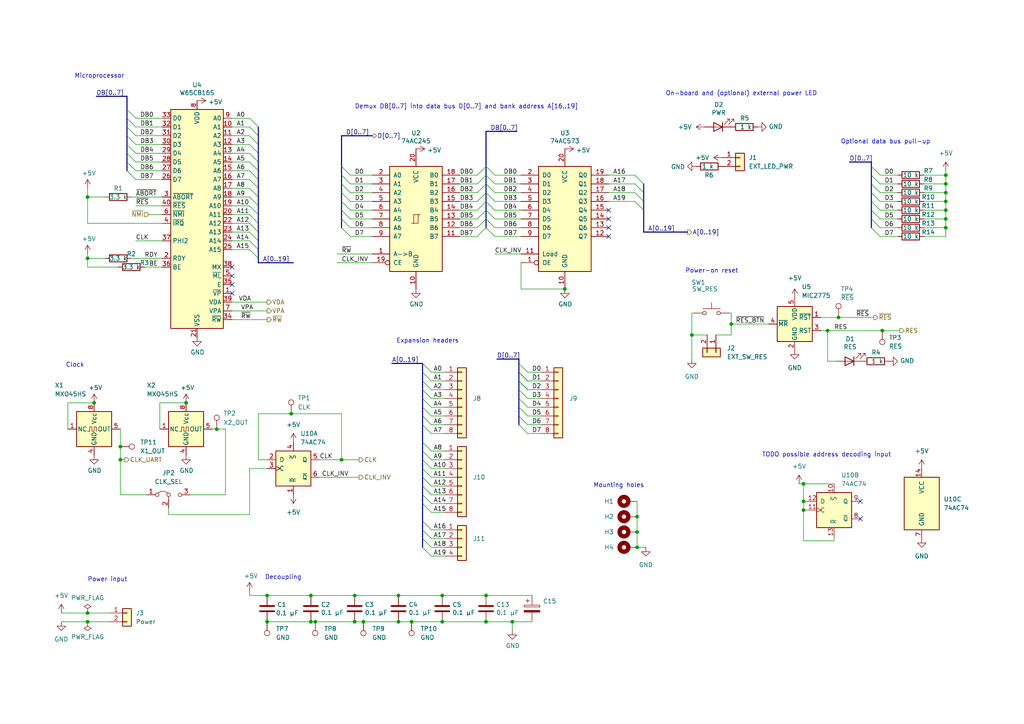
<source format=kicad_sch>
(kicad_sch (version 20211123) (generator eeschema)
  (paper "A4")
  (junction (at 243.205 92.075))
  (junction (at 274.32 63.5))
  (junction (at 184.785 154.305))
  (junction (at 99.06 133.35))
  (junction (at 84.455 120.015))
  (junction (at 34.925 129.54))
  (junction (at 274.32 60.96))
  (junction (at 119.38 180.34))
  (junction (at 212.09 93.98))
  (junction (at 25.4 177.8))
  (junction (at 77.47 180.34))
  (junction (at 274.32 55.88))
  (junction (at 115.57 172.72))
  (junction (at 53.975 116.84))
  (junction (at 105.41 180.34))
  (junction (at 140.97 180.34))
  (junction (at 240.03 95.885))
  (junction (at 25.4 57.15))
  (junction (at 77.47 172.72))
  (junction (at 62.865 124.46))
  (junction (at 34.925 133.35))
  (junction (at 233.045 147.955))
  (junction (at 25.4 74.93))
  (junction (at 90.17 172.72))
  (junction (at 27.305 116.84))
  (junction (at 25.4 180.34))
  (junction (at 233.045 140.335))
  (junction (at 233.045 145.415))
  (junction (at 115.57 180.34))
  (junction (at 128.27 172.72))
  (junction (at 274.32 66.04))
  (junction (at 140.97 172.72))
  (junction (at 184.785 149.86))
  (junction (at 102.87 180.34))
  (junction (at 200.66 97.155))
  (junction (at 255.905 95.885))
  (junction (at 90.17 180.34))
  (junction (at 102.87 172.72))
  (junction (at 148.59 180.34))
  (junction (at 274.32 53.34))
  (junction (at 274.32 50.8))
  (junction (at 163.83 83.82))
  (junction (at 91.44 180.34))
  (junction (at 184.785 158.75))
  (junction (at 128.27 180.34))
  (junction (at 274.32 58.42))
  (no_connect (at 176.53 68.58))
  (no_connect (at 67.31 80.01))
  (no_connect (at 67.31 82.55))
  (no_connect (at 67.31 85.09))
  (no_connect (at 176.53 66.04))
  (no_connect (at 249.555 150.495))
  (no_connect (at 249.555 145.415))
  (no_connect (at 176.53 63.5))
  (no_connect (at 67.31 77.47))
  (no_connect (at 176.53 60.96))
  (bus_entry (at 122.555 118.11) (size 2.54 2.54))
  (bus_entry (at 72.39 39.37) (size 2.54 2.54))
  (bus_entry (at 138.43 60.96) (size 2.54 -2.54))
  (bus_entry (at 122.555 130.81) (size 2.54 2.54))
  (bus_entry (at 150.495 115.57) (size 2.54 2.54))
  (bus_entry (at 99.06 63.5) (size 2.54 2.54))
  (bus_entry (at 72.39 36.83) (size 2.54 2.54))
  (bus_entry (at 122.555 153.67) (size 2.54 2.54))
  (bus_entry (at 72.39 72.39) (size 2.54 2.54))
  (bus_entry (at 99.06 66.04) (size 2.54 2.54))
  (bus_entry (at 72.39 44.45) (size 2.54 2.54))
  (bus_entry (at 99.06 48.26) (size 2.54 2.54))
  (bus_entry (at 252.73 50.8) (size 2.54 2.54))
  (bus_entry (at 252.73 55.88) (size 2.54 2.54))
  (bus_entry (at 72.39 52.07) (size 2.54 2.54))
  (bus_entry (at 140.97 53.34) (size 2.54 2.54))
  (bus_entry (at 122.555 123.19) (size 2.54 2.54))
  (bus_entry (at 140.97 63.5) (size 2.54 2.54))
  (bus_entry (at 184.15 50.8) (size 2.54 2.54))
  (bus_entry (at 122.555 146.05) (size 2.54 2.54))
  (bus_entry (at 252.73 63.5) (size 2.54 2.54))
  (bus_entry (at 72.39 49.53) (size 2.54 2.54))
  (bus_entry (at 122.555 143.51) (size 2.54 2.54))
  (bus_entry (at 252.73 66.04) (size 2.54 2.54))
  (bus_entry (at 150.495 107.95) (size 2.54 2.54))
  (bus_entry (at 122.555 120.65) (size 2.54 2.54))
  (bus_entry (at 150.495 123.19) (size 2.54 2.54))
  (bus_entry (at 36.83 49.53) (size 2.54 2.54))
  (bus_entry (at 122.555 107.95) (size 2.54 2.54))
  (bus_entry (at 36.83 44.45) (size 2.54 2.54))
  (bus_entry (at 72.39 67.31) (size 2.54 2.54))
  (bus_entry (at 150.495 120.65) (size 2.54 2.54))
  (bus_entry (at 138.43 55.88) (size 2.54 -2.54))
  (bus_entry (at 138.43 53.34) (size 2.54 -2.54))
  (bus_entry (at 140.97 48.26) (size 2.54 2.54))
  (bus_entry (at 138.43 63.5) (size 2.54 -2.54))
  (bus_entry (at 150.495 113.03) (size 2.54 2.54))
  (bus_entry (at 122.555 105.41) (size 2.54 2.54))
  (bus_entry (at 150.495 110.49) (size 2.54 2.54))
  (bus_entry (at 122.555 158.75) (size 2.54 2.54))
  (bus_entry (at 99.06 53.34) (size 2.54 2.54))
  (bus_entry (at 184.15 53.34) (size 2.54 2.54))
  (bus_entry (at 122.555 138.43) (size 2.54 2.54))
  (bus_entry (at 150.495 105.41) (size 2.54 2.54))
  (bus_entry (at 122.555 113.03) (size 2.54 2.54))
  (bus_entry (at 72.39 64.77) (size 2.54 2.54))
  (bus_entry (at 99.06 60.96) (size 2.54 2.54))
  (bus_entry (at 138.43 66.04) (size 2.54 -2.54))
  (bus_entry (at 122.555 140.97) (size 2.54 2.54))
  (bus_entry (at 36.83 31.75) (size 2.54 2.54))
  (bus_entry (at 122.555 115.57) (size 2.54 2.54))
  (bus_entry (at 122.555 110.49) (size 2.54 2.54))
  (bus_entry (at 140.97 55.88) (size 2.54 2.54))
  (bus_entry (at 72.39 54.61) (size 2.54 2.54))
  (bus_entry (at 36.83 36.83) (size 2.54 2.54))
  (bus_entry (at 72.39 41.91) (size 2.54 2.54))
  (bus_entry (at 36.83 39.37) (size 2.54 2.54))
  (bus_entry (at 150.495 118.11) (size 2.54 2.54))
  (bus_entry (at 122.555 133.35) (size 2.54 2.54))
  (bus_entry (at 184.15 58.42) (size 2.54 2.54))
  (bus_entry (at 184.15 55.88) (size 2.54 2.54))
  (bus_entry (at 72.39 57.15) (size 2.54 2.54))
  (bus_entry (at 140.97 60.96) (size 2.54 2.54))
  (bus_entry (at 72.39 46.99) (size 2.54 2.54))
  (bus_entry (at 140.97 58.42) (size 2.54 2.54))
  (bus_entry (at 150.495 110.49) (size 2.54 2.54))
  (bus_entry (at 72.39 62.23) (size 2.54 2.54))
  (bus_entry (at 72.39 69.85) (size 2.54 2.54))
  (bus_entry (at 72.39 34.29) (size 2.54 2.54))
  (bus_entry (at 138.43 50.8) (size 2.54 -2.54))
  (bus_entry (at 36.83 41.91) (size 2.54 2.54))
  (bus_entry (at 150.495 107.95) (size 2.54 2.54))
  (bus_entry (at 140.97 66.04) (size 2.54 2.54))
  (bus_entry (at 122.555 151.13) (size 2.54 2.54))
  (bus_entry (at 252.73 53.34) (size 2.54 2.54))
  (bus_entry (at 99.06 58.42) (size 2.54 2.54))
  (bus_entry (at 99.06 55.88) (size 2.54 2.54))
  (bus_entry (at 36.83 46.99) (size 2.54 2.54))
  (bus_entry (at 99.06 50.8) (size 2.54 2.54))
  (bus_entry (at 252.73 60.96) (size 2.54 2.54))
  (bus_entry (at 36.83 34.29) (size 2.54 2.54))
  (bus_entry (at 138.43 68.58) (size 2.54 -2.54))
  (bus_entry (at 252.73 58.42) (size 2.54 2.54))
  (bus_entry (at 122.555 128.27) (size 2.54 2.54))
  (bus_entry (at 252.73 48.26) (size 2.54 2.54))
  (bus_entry (at 122.555 135.89) (size 2.54 2.54))
  (bus_entry (at 122.555 156.21) (size 2.54 2.54))
  (bus_entry (at 138.43 58.42) (size 2.54 -2.54))
  (bus_entry (at 140.97 50.8) (size 2.54 2.54))
  (bus_entry (at 72.39 59.69) (size 2.54 2.54))
  (wire (pts (xy 176.53 55.88) (xy 184.15 55.88)))
  (wire (pts (xy 77.47 172.72) (xy 72.39 172.72)))
  (bus (pts (xy 122.555 140.97) (xy 122.555 143.51)))
  (wire (pts (xy 39.37 34.29) (xy 46.99 34.29)))
  (wire (pts (xy 274.32 58.42) (xy 274.32 60.96)))
  (bus (pts (xy 99.06 39.37) (xy 107.95 39.37)))
  (wire (pts (xy 241.935 156.845) (xy 241.935 155.575)))
  (wire (pts (xy 92.71 133.35) (xy 99.06 133.35)))
  (wire (pts (xy 77.47 180.34) (xy 90.17 180.34)))
  (wire (pts (xy 233.045 145.415) (xy 233.045 147.955)))
  (bus (pts (xy 74.93 36.83) (xy 74.93 39.37)))
  (wire (pts (xy 212.09 90.805) (xy 211.455 90.805)))
  (wire (pts (xy 91.44 180.34) (xy 102.87 180.34)))
  (wire (pts (xy 153.035 110.49) (xy 156.845 110.49)))
  (wire (pts (xy 255.27 60.96) (xy 260.35 60.96)))
  (bus (pts (xy 122.555 118.11) (xy 122.555 120.65)))
  (bus (pts (xy 122.555 107.95) (xy 122.555 110.49)))
  (wire (pts (xy 133.35 60.96) (xy 138.43 60.96)))
  (wire (pts (xy 240.03 95.885) (xy 255.905 95.885)))
  (wire (pts (xy 39.37 44.45) (xy 46.99 44.45)))
  (wire (pts (xy 67.31 49.53) (xy 72.39 49.53)))
  (wire (pts (xy 274.32 53.34) (xy 274.32 55.88)))
  (bus (pts (xy 252.73 50.8) (xy 252.73 53.34)))
  (wire (pts (xy 25.4 54.61) (xy 25.4 57.15)))
  (wire (pts (xy 151.13 83.82) (xy 163.83 83.82)))
  (bus (pts (xy 150.495 104.14) (xy 150.495 105.41)))
  (wire (pts (xy 55.245 143.51) (xy 65.405 143.51)))
  (wire (pts (xy 67.31 59.69) (xy 72.39 59.69)))
  (wire (pts (xy 153.035 107.95) (xy 156.845 107.95)))
  (bus (pts (xy 140.97 63.5) (xy 140.97 66.04)))
  (wire (pts (xy 77.47 172.72) (xy 90.17 172.72)))
  (wire (pts (xy 119.38 180.34) (xy 128.27 180.34)))
  (wire (pts (xy 67.31 92.71) (xy 77.47 92.71)))
  (wire (pts (xy 212.09 93.98) (xy 212.09 97.155)))
  (wire (pts (xy 39.37 52.07) (xy 46.99 52.07)))
  (wire (pts (xy 67.31 44.45) (xy 72.39 44.45)))
  (wire (pts (xy 67.31 90.17) (xy 77.47 90.17)))
  (wire (pts (xy 74.93 120.015) (xy 74.93 133.35)))
  (wire (pts (xy 176.53 50.8) (xy 184.15 50.8)))
  (wire (pts (xy 125.095 110.49) (xy 128.905 110.49)))
  (bus (pts (xy 74.93 67.31) (xy 74.93 69.85)))
  (bus (pts (xy 74.93 44.45) (xy 74.93 46.99)))
  (wire (pts (xy 99.06 133.35) (xy 104.14 133.35)))
  (bus (pts (xy 122.555 128.27) (xy 122.555 130.81)))
  (wire (pts (xy 43.18 62.23) (xy 46.99 62.23)))
  (bus (pts (xy 99.06 48.26) (xy 99.06 50.8)))
  (wire (pts (xy 148.59 180.34) (xy 148.59 182.88)))
  (wire (pts (xy 67.31 36.83) (xy 72.39 36.83)))
  (wire (pts (xy 99.06 120.015) (xy 99.06 133.35)))
  (wire (pts (xy 102.87 180.34) (xy 105.41 180.34)))
  (wire (pts (xy 238.125 95.885) (xy 240.03 95.885)))
  (bus (pts (xy 36.83 31.75) (xy 36.83 34.29)))
  (wire (pts (xy 39.37 36.83) (xy 46.99 36.83)))
  (wire (pts (xy 274.32 60.96) (xy 274.32 63.5)))
  (wire (pts (xy 207.645 97.155) (xy 212.09 97.155)))
  (bus (pts (xy 186.69 58.42) (xy 186.69 60.96)))
  (bus (pts (xy 74.93 62.23) (xy 74.93 64.77)))
  (wire (pts (xy 67.31 72.39) (xy 72.39 72.39)))
  (wire (pts (xy 148.59 180.34) (xy 154.305 180.34)))
  (bus (pts (xy 122.555 135.89) (xy 122.555 138.43)))
  (wire (pts (xy 133.35 66.04) (xy 138.43 66.04)))
  (bus (pts (xy 246.38 46.99) (xy 252.73 46.99)))
  (wire (pts (xy 72.39 135.89) (xy 72.39 149.225)))
  (wire (pts (xy 74.93 120.015) (xy 84.455 120.015)))
  (wire (pts (xy 153.035 120.65) (xy 156.845 120.65)))
  (wire (pts (xy 274.32 68.58) (xy 267.97 68.58)))
  (wire (pts (xy 233.045 140.335) (xy 241.935 140.335)))
  (bus (pts (xy 140.97 50.8) (xy 140.97 53.34)))
  (bus (pts (xy 122.555 143.51) (xy 122.555 146.05)))
  (wire (pts (xy 200.66 97.155) (xy 205.105 97.155)))
  (bus (pts (xy 74.93 76.2) (xy 85.09 76.2)))
  (wire (pts (xy 125.095 133.35) (xy 128.905 133.35)))
  (wire (pts (xy 184.785 149.86) (xy 184.785 154.305)))
  (wire (pts (xy 233.045 147.955) (xy 233.045 156.845)))
  (wire (pts (xy 67.31 87.63) (xy 77.47 87.63)))
  (wire (pts (xy 25.4 74.93) (xy 30.48 74.93)))
  (wire (pts (xy 17.78 177.8) (xy 25.4 177.8)))
  (bus (pts (xy 113.665 105.41) (xy 122.555 105.41)))
  (wire (pts (xy 67.31 52.07) (xy 72.39 52.07)))
  (wire (pts (xy 238.125 92.075) (xy 243.205 92.075)))
  (wire (pts (xy 128.27 172.72) (xy 140.97 172.72)))
  (wire (pts (xy 125.095 113.03) (xy 128.905 113.03)))
  (wire (pts (xy 151.13 76.2) (xy 151.13 83.82)))
  (wire (pts (xy 140.97 172.72) (xy 154.305 172.72)))
  (wire (pts (xy 143.51 55.88) (xy 151.13 55.88)))
  (wire (pts (xy 267.97 60.96) (xy 274.32 60.96)))
  (wire (pts (xy 125.095 153.67) (xy 128.905 153.67)))
  (wire (pts (xy 153.035 123.19) (xy 156.845 123.19)))
  (wire (pts (xy 274.32 50.8) (xy 274.32 53.34)))
  (wire (pts (xy 65.405 124.46) (xy 65.405 143.51)))
  (wire (pts (xy 19.685 124.46) (xy 19.685 116.84)))
  (bus (pts (xy 99.06 50.8) (xy 99.06 53.34)))
  (bus (pts (xy 122.555 120.65) (xy 122.555 123.19)))
  (wire (pts (xy 101.6 50.8) (xy 107.95 50.8)))
  (bus (pts (xy 140.97 53.34) (xy 140.97 55.88)))
  (wire (pts (xy 102.87 172.72) (xy 115.57 172.72)))
  (bus (pts (xy 99.06 63.5) (xy 99.06 66.04)))
  (wire (pts (xy 38.1 57.15) (xy 46.99 57.15)))
  (wire (pts (xy 184.785 145.415) (xy 184.785 149.86)))
  (bus (pts (xy 122.555 133.35) (xy 122.555 135.89)))
  (bus (pts (xy 140.97 48.26) (xy 140.97 50.8)))
  (wire (pts (xy 243.205 92.075) (xy 253.365 92.075)))
  (wire (pts (xy 77.47 133.35) (xy 74.93 133.35)))
  (bus (pts (xy 122.555 156.21) (xy 122.555 158.75)))
  (wire (pts (xy 255.27 50.8) (xy 260.35 50.8)))
  (bus (pts (xy 252.73 58.42) (xy 252.73 60.96)))
  (bus (pts (xy 252.73 55.88) (xy 252.73 58.42)))
  (bus (pts (xy 36.83 27.94) (xy 36.83 31.75)))
  (wire (pts (xy 101.6 60.96) (xy 107.95 60.96)))
  (wire (pts (xy 143.51 66.04) (xy 151.13 66.04)))
  (wire (pts (xy 274.32 66.04) (xy 274.32 68.58)))
  (wire (pts (xy 72.39 135.89) (xy 77.47 135.89)))
  (wire (pts (xy 39.37 46.99) (xy 46.99 46.99)))
  (wire (pts (xy 17.78 180.34) (xy 25.4 180.34)))
  (wire (pts (xy 274.32 63.5) (xy 274.32 66.04)))
  (bus (pts (xy 122.555 123.19) (xy 122.555 128.27)))
  (wire (pts (xy 39.37 41.91) (xy 46.99 41.91)))
  (wire (pts (xy 67.31 64.77) (xy 72.39 64.77)))
  (wire (pts (xy 34.925 129.54) (xy 34.925 133.35)))
  (wire (pts (xy 255.905 95.885) (xy 260.985 95.885)))
  (wire (pts (xy 125.095 125.73) (xy 128.905 125.73)))
  (wire (pts (xy 67.31 57.15) (xy 72.39 57.15)))
  (wire (pts (xy 125.095 120.65) (xy 128.905 120.65)))
  (wire (pts (xy 46.99 64.77) (xy 25.4 64.77)))
  (wire (pts (xy 115.57 172.72) (xy 128.27 172.72)))
  (wire (pts (xy 255.27 68.58) (xy 260.35 68.58)))
  (bus (pts (xy 99.06 55.88) (xy 99.06 58.42)))
  (bus (pts (xy 122.555 110.49) (xy 122.555 113.03)))
  (bus (pts (xy 150.495 118.11) (xy 150.495 120.65)))
  (bus (pts (xy 74.93 41.91) (xy 74.93 44.45)))
  (bus (pts (xy 74.93 46.99) (xy 74.93 49.53)))
  (bus (pts (xy 122.555 146.05) (xy 122.555 151.13)))
  (bus (pts (xy 74.93 64.77) (xy 74.93 67.31)))
  (wire (pts (xy 34.925 133.35) (xy 34.925 143.51)))
  (wire (pts (xy 255.27 53.34) (xy 260.35 53.34)))
  (wire (pts (xy 255.27 63.5) (xy 260.35 63.5)))
  (wire (pts (xy 125.095 138.43) (xy 128.905 138.43)))
  (bus (pts (xy 36.83 39.37) (xy 36.83 41.91)))
  (wire (pts (xy 128.27 180.34) (xy 140.97 180.34)))
  (wire (pts (xy 67.31 41.91) (xy 72.39 41.91)))
  (wire (pts (xy 48.895 147.32) (xy 48.895 149.225)))
  (bus (pts (xy 150.495 105.41) (xy 150.495 107.95)))
  (wire (pts (xy 46.355 124.46) (xy 46.355 116.84)))
  (wire (pts (xy 143.51 58.42) (xy 151.13 58.42)))
  (bus (pts (xy 252.73 46.99) (xy 252.73 48.26)))
  (bus (pts (xy 122.555 151.13) (xy 122.555 153.67)))
  (wire (pts (xy 105.41 180.34) (xy 115.57 180.34)))
  (wire (pts (xy 153.035 118.11) (xy 156.845 118.11)))
  (bus (pts (xy 74.93 49.53) (xy 74.93 52.07)))
  (wire (pts (xy 39.37 39.37) (xy 46.99 39.37)))
  (wire (pts (xy 133.35 50.8) (xy 138.43 50.8)))
  (wire (pts (xy 231.775 140.335) (xy 233.045 140.335)))
  (wire (pts (xy 176.53 58.42) (xy 184.15 58.42)))
  (wire (pts (xy 233.045 156.845) (xy 241.935 156.845)))
  (wire (pts (xy 125.095 135.89) (xy 128.905 135.89)))
  (bus (pts (xy 74.93 57.15) (xy 74.93 59.69)))
  (bus (pts (xy 36.83 41.91) (xy 36.83 44.45)))
  (wire (pts (xy 143.51 60.96) (xy 151.13 60.96)))
  (wire (pts (xy 143.51 53.34) (xy 151.13 53.34)))
  (wire (pts (xy 101.6 66.04) (xy 107.95 66.04)))
  (wire (pts (xy 25.4 57.15) (xy 25.4 64.77)))
  (wire (pts (xy 125.095 123.19) (xy 128.905 123.19)))
  (wire (pts (xy 67.31 39.37) (xy 72.39 39.37)))
  (wire (pts (xy 125.095 156.21) (xy 128.905 156.21)))
  (wire (pts (xy 67.31 62.23) (xy 72.39 62.23)))
  (wire (pts (xy 133.35 58.42) (xy 138.43 58.42)))
  (wire (pts (xy 67.31 54.61) (xy 72.39 54.61)))
  (wire (pts (xy 97.79 73.66) (xy 107.95 73.66)))
  (wire (pts (xy 133.35 55.88) (xy 138.43 55.88)))
  (wire (pts (xy 233.045 147.955) (xy 234.315 147.955)))
  (wire (pts (xy 267.97 58.42) (xy 274.32 58.42)))
  (wire (pts (xy 240.03 95.885) (xy 240.03 104.775)))
  (bus (pts (xy 99.06 39.37) (xy 99.06 48.26)))
  (wire (pts (xy 67.31 34.29) (xy 72.39 34.29)))
  (bus (pts (xy 150.495 107.95) (xy 150.495 110.49)))
  (bus (pts (xy 74.93 39.37) (xy 74.93 41.91)))
  (wire (pts (xy 25.4 180.34) (xy 31.75 180.34)))
  (wire (pts (xy 153.035 113.03) (xy 156.845 113.03)))
  (wire (pts (xy 212.09 93.98) (xy 222.885 93.98)))
  (wire (pts (xy 25.4 177.8) (xy 31.75 177.8)))
  (bus (pts (xy 252.73 63.5) (xy 252.73 66.04)))
  (wire (pts (xy 101.6 53.34) (xy 107.95 53.34)))
  (bus (pts (xy 150.495 115.57) (xy 150.495 118.11)))
  (wire (pts (xy 115.57 180.34) (xy 119.38 180.34)))
  (wire (pts (xy 267.97 53.34) (xy 274.32 53.34)))
  (bus (pts (xy 140.97 38.1) (xy 149.86 38.1)))
  (bus (pts (xy 74.93 74.93) (xy 74.93 76.2)))
  (bus (pts (xy 140.97 55.88) (xy 140.97 58.42)))
  (bus (pts (xy 186.69 55.88) (xy 186.69 58.42)))
  (wire (pts (xy 92.71 138.43) (xy 104.14 138.43)))
  (bus (pts (xy 74.93 54.61) (xy 74.93 57.15)))
  (wire (pts (xy 133.35 68.58) (xy 138.43 68.58)))
  (wire (pts (xy 143.51 68.58) (xy 151.13 68.58)))
  (wire (pts (xy 62.865 124.46) (xy 61.595 124.46)))
  (bus (pts (xy 186.69 67.31) (xy 199.39 67.31)))
  (wire (pts (xy 255.27 66.04) (xy 260.35 66.04)))
  (wire (pts (xy 240.03 104.775) (xy 242.57 104.775)))
  (wire (pts (xy 125.095 158.75) (xy 128.905 158.75)))
  (bus (pts (xy 36.83 36.83) (xy 36.83 39.37)))
  (wire (pts (xy 101.6 63.5) (xy 107.95 63.5)))
  (wire (pts (xy 233.045 140.335) (xy 233.045 145.415)))
  (wire (pts (xy 200.66 97.155) (xy 200.66 104.14)))
  (bus (pts (xy 74.93 72.39) (xy 74.93 74.93)))
  (wire (pts (xy 125.095 143.51) (xy 128.905 143.51)))
  (bus (pts (xy 36.83 44.45) (xy 36.83 46.99)))
  (wire (pts (xy 184.785 154.305) (xy 184.785 158.75)))
  (bus (pts (xy 186.69 60.96) (xy 186.69 67.31)))
  (wire (pts (xy 84.455 120.015) (xy 99.06 120.015)))
  (bus (pts (xy 150.495 120.65) (xy 150.495 123.19)))
  (bus (pts (xy 150.495 113.03) (xy 150.495 115.57)))
  (wire (pts (xy 38.1 74.93) (xy 46.99 74.93)))
  (bus (pts (xy 99.06 53.34) (xy 99.06 55.88)))
  (wire (pts (xy 125.095 107.95) (xy 128.905 107.95)))
  (wire (pts (xy 19.685 116.84) (xy 27.305 116.84)))
  (wire (pts (xy 200.66 90.805) (xy 200.66 97.155)))
  (bus (pts (xy 74.93 52.07) (xy 74.93 54.61)))
  (wire (pts (xy 34.925 124.46) (xy 34.925 129.54)))
  (bus (pts (xy 144.145 104.14) (xy 150.495 104.14)))
  (bus (pts (xy 252.73 53.34) (xy 252.73 55.88)))
  (wire (pts (xy 212.09 90.805) (xy 212.09 93.98)))
  (wire (pts (xy 125.095 118.11) (xy 128.905 118.11)))
  (wire (pts (xy 125.095 115.57) (xy 128.905 115.57)))
  (wire (pts (xy 153.035 125.73) (xy 156.845 125.73)))
  (wire (pts (xy 233.045 145.415) (xy 234.315 145.415)))
  (wire (pts (xy 39.37 59.69) (xy 46.99 59.69)))
  (wire (pts (xy 133.35 63.5) (xy 138.43 63.5)))
  (bus (pts (xy 122.555 153.67) (xy 122.555 156.21)))
  (bus (pts (xy 74.93 69.85) (xy 74.93 72.39)))
  (wire (pts (xy 125.095 148.59) (xy 128.905 148.59)))
  (wire (pts (xy 267.97 66.04) (xy 274.32 66.04)))
  (bus (pts (xy 122.555 113.03) (xy 122.555 115.57)))
  (wire (pts (xy 176.53 53.34) (xy 184.15 53.34)))
  (bus (pts (xy 99.06 58.42) (xy 99.06 60.96)))
  (wire (pts (xy 267.97 63.5) (xy 274.32 63.5)))
  (bus (pts (xy 122.555 115.57) (xy 122.555 118.11)))
  (wire (pts (xy 25.4 77.47) (xy 34.29 77.47)))
  (wire (pts (xy 39.37 69.85) (xy 46.99 69.85)))
  (bus (pts (xy 36.83 46.99) (xy 36.83 49.53)))
  (wire (pts (xy 97.79 76.2) (xy 107.95 76.2)))
  (wire (pts (xy 267.97 55.88) (xy 274.32 55.88)))
  (bus (pts (xy 150.495 110.49) (xy 150.495 113.03)))
  (wire (pts (xy 255.27 55.88) (xy 260.35 55.88)))
  (bus (pts (xy 252.73 60.96) (xy 252.73 63.5)))
  (wire (pts (xy 143.51 63.5) (xy 151.13 63.5)))
  (wire (pts (xy 34.925 143.51) (xy 42.545 143.51)))
  (bus (pts (xy 140.97 58.42) (xy 140.97 60.96)))
  (wire (pts (xy 274.32 50.8) (xy 274.32 49.53)))
  (wire (pts (xy 184.785 158.75) (xy 187.325 158.75)))
  (wire (pts (xy 34.925 133.35) (xy 36.195 133.35)))
  (wire (pts (xy 46.355 116.84) (xy 53.975 116.84)))
  (wire (pts (xy 25.4 57.15) (xy 30.48 57.15)))
  (wire (pts (xy 101.6 68.58) (xy 107.95 68.58)))
  (bus (pts (xy 74.93 59.69) (xy 74.93 62.23)))
  (wire (pts (xy 125.095 146.05) (xy 128.905 146.05)))
  (wire (pts (xy 125.095 130.81) (xy 128.905 130.81)))
  (wire (pts (xy 65.405 124.46) (xy 62.865 124.46)))
  (wire (pts (xy 67.31 69.85) (xy 72.39 69.85)))
  (wire (pts (xy 125.095 161.29) (xy 128.905 161.29)))
  (wire (pts (xy 25.4 73.66) (xy 25.4 74.93)))
  (wire (pts (xy 25.4 74.93) (xy 25.4 77.47)))
  (wire (pts (xy 101.6 58.42) (xy 107.95 58.42)))
  (wire (pts (xy 67.31 67.31) (xy 72.39 67.31)))
  (bus (pts (xy 140.97 38.1) (xy 140.97 48.26)))
  (bus (pts (xy 122.555 130.81) (xy 122.555 133.35)))
  (bus (pts (xy 99.06 60.96) (xy 99.06 63.5)))
  (wire (pts (xy 274.32 55.88) (xy 274.32 58.42)))
  (wire (pts (xy 255.27 58.42) (xy 260.35 58.42)))
  (wire (pts (xy 48.895 149.225) (xy 72.39 149.225)))
  (wire (pts (xy 90.17 172.72) (xy 102.87 172.72)))
  (wire (pts (xy 72.39 172.72) (xy 72.39 171.45)))
  (bus (pts (xy 122.555 138.43) (xy 122.555 140.97)))
  (wire (pts (xy 143.51 50.8) (xy 151.13 50.8)))
  (bus (pts (xy 122.555 105.41) (xy 122.555 107.95)))
  (bus (pts (xy 252.73 48.26) (xy 252.73 50.8)))
  (wire (pts (xy 267.97 50.8) (xy 274.32 50.8)))
  (bus (pts (xy 140.97 60.96) (xy 140.97 63.5)))
  (wire (pts (xy 153.035 115.57) (xy 156.845 115.57)))
  (bus (pts (xy 186.69 53.34) (xy 186.69 55.88)))
  (wire (pts (xy 90.17 180.34) (xy 91.44 180.34)))
  (wire (pts (xy 41.91 77.47) (xy 46.99 77.47)))
  (wire (pts (xy 67.31 46.99) (xy 72.39 46.99)))
  (wire (pts (xy 101.6 55.88) (xy 107.95 55.88)))
  (bus (pts (xy 36.83 27.94) (xy 27.94 27.94)))
  (wire (pts (xy 200.66 90.805) (xy 201.295 90.805)))
  (wire (pts (xy 133.35 53.34) (xy 138.43 53.34)))
  (bus (pts (xy 36.83 34.29) (xy 36.83 36.83)))
  (wire (pts (xy 140.97 180.34) (xy 148.59 180.34)))
  (wire (pts (xy 39.37 49.53) (xy 46.99 49.53)))
  (wire (pts (xy 151.13 73.66) (xy 143.51 73.66)))
  (wire (pts (xy 125.095 140.97) (xy 128.905 140.97)))
  (text "Power input" (at 25.4 168.91 0) (effects (font (size 1.27 1.27)) (justify left bottom)))
  (text "TODO possible address decoding input" (at 220.98 132.715 0) (effects (font (size 1.27 1.27)) (justify left bottom)))
  (text "Expansion headers" (at 114.935 99.695 0) (effects (font (size 1.27 1.27)) (justify left bottom)))
  (text "On-board and (optional) external power LED\n" (at 193.04 27.94 0) (effects (font (size 1.27 1.27)) (justify left bottom)))
  (text "Microprocessor" (at 21.59 22.86 0) (effects (font (size 1.27 1.27)) (justify left bottom)))
  (text "Clock" (at 19.05 106.68 0) (effects (font (size 1.27 1.27)) (justify left bottom)))
  (text "Demux DB[0..7] into data bus D[0..7] and bank address A[16..19]" (at 102.87 31.75 0) (effects (font (size 1.27 1.27)) (justify left bottom)))
  (text "Decoupling" (at 76.835 168.275 0) (effects (font (size 1.27 1.27)) (justify left bottom)))
  (text "Mounting holes" (at 172.085 141.605 0) (effects (font (size 1.27 1.27)) (justify left bottom)))
  (text "Power-on reset" (at 198.755 79.375 0) (effects (font (size 1.27 1.27)) (justify left bottom)))
  (text "Optional data bus pull-up" (at 243.84 41.91 0) (effects (font (size 1.27 1.27)) (justify left bottom)))
  (label "DB4" (at 40.64 44.45 0))
  (label "DB5" (at 40.64 46.99 0))
  (label "DB2" (at 146.05 55.88 0))
  (label "VPA" (at 69.85 90.17 0))
  (label "BE" (at 43.18 77.47 0))
  (label "DB1" (at 146.05 53.34 0))
  (label "D2" (at 102.87 55.88 0))
  (label "D7" (at 102.87 68.58 0))
  (label "A18" (at 125.73 158.75 0))
  (label "D[0..7]" (at 144.145 104.14 0))
  (label "D2" (at 256.54 55.88 0))
  (label "D5" (at 256.54 63.5 0))
  (label "DB3" (at 40.64 41.91 0))
  (label "RES" (at 241.935 95.885 0))
  (label "~{RW}" (at 99.06 73.66 0))
  (label "D6" (at 102.87 66.04 0))
  (label "A10" (at 68.58 59.69 0))
  (label "CLK_INV" (at 143.51 73.66 0))
  (label "DB6" (at 146.05 66.04 0))
  (label "D1" (at 154.305 110.49 0))
  (label "D3" (at 154.305 115.57 0))
  (label "DB4" (at 146.05 60.96 0))
  (label "~{RW}" (at 69.85 92.71 0))
  (label "A15" (at 125.73 148.59 0))
  (label "DB3" (at 133.35 58.42 0))
  (label "A1" (at 68.58 36.83 0))
  (label "D2" (at 154.305 113.03 0))
  (label "A7" (at 125.73 125.73 0))
  (label "D0" (at 102.87 50.8 0))
  (label "DB1" (at 40.64 36.83 0))
  (label "A9" (at 68.58 57.15 0))
  (label "A11" (at 68.58 62.23 0))
  (label "VDA" (at 69.215 87.63 0))
  (label "A14" (at 125.73 146.05 0))
  (label "D5" (at 154.305 120.65 0))
  (label "D7" (at 154.305 125.73 0))
  (label "CLK" (at 39.37 69.85 0))
  (label "A14" (at 68.58 69.85 0))
  (label "A16" (at 177.8 50.8 0))
  (label "DB0" (at 40.64 34.29 0))
  (label "CLK" (at 92.71 133.35 0))
  (label "D[0..7]" (at 246.38 46.99 0))
  (label "D1" (at 102.87 53.34 0))
  (label "A1" (at 125.73 110.49 0))
  (label "A[0..19]" (at 113.665 105.41 0))
  (label "A18" (at 177.8 55.88 0))
  (label "A4" (at 68.58 44.45 0))
  (label "RDY" (at 41.91 74.93 0))
  (label "~{ABORT}" (at 39.37 57.15 0))
  (label "A17" (at 177.8 53.34 0))
  (label "A8" (at 68.58 54.61 0))
  (label "D0" (at 154.305 107.95 0))
  (label "DB3" (at 146.05 58.42 0))
  (label "DB[0..7]" (at 142.24 38.1 0))
  (label "A4" (at 125.73 118.11 0))
  (label "A16" (at 125.73 153.67 0))
  (label "D5" (at 102.87 63.5 0))
  (label "A7" (at 68.58 52.07 0))
  (label "A5" (at 125.73 120.65 0))
  (label "DB0" (at 133.35 50.8 0))
  (label "A8" (at 125.73 130.81 0))
  (label "A12" (at 68.58 64.77 0))
  (label "A6" (at 68.58 49.53 0))
  (label "A10" (at 125.73 135.89 0))
  (label "~{RES_BTN}" (at 213.36 93.98 0))
  (label "DB5" (at 133.35 63.5 0))
  (label "D0" (at 256.54 50.8 0))
  (label "A3" (at 125.73 115.57 0))
  (label "DB4" (at 133.35 60.96 0))
  (label "D[0..7]" (at 100.33 39.37 0))
  (label "A0" (at 68.58 34.29 0))
  (label "A12" (at 125.73 140.97 0))
  (label "DB7" (at 133.35 68.58 0))
  (label "A3" (at 68.58 41.91 0))
  (label "DB2" (at 40.64 39.37 0))
  (label "D6" (at 256.54 66.04 0))
  (label "A17" (at 125.73 156.21 0))
  (label "A2" (at 125.73 113.03 0))
  (label "A6" (at 125.73 123.19 0))
  (label "DB5" (at 146.05 63.5 0))
  (label "DB6" (at 40.64 49.53 0))
  (label "DB[0..7]" (at 27.94 27.94 0))
  (label "A13" (at 68.58 67.31 0))
  (label "DB7" (at 40.64 52.07 0))
  (label "DB6" (at 133.35 66.04 0))
  (label "CLK_INV" (at 93.345 138.43 0))
  (label "A2" (at 68.58 39.37 0))
  (label "D6" (at 154.305 123.19 0))
  (label "D4" (at 154.305 118.11 0))
  (label "D3" (at 256.54 58.42 0))
  (label "~{RES}" (at 248.285 92.075 0))
  (label "A15" (at 68.58 72.39 0))
  (label "~{RES}" (at 39.37 59.69 0))
  (label "A9" (at 125.73 133.35 0))
  (label "A5" (at 68.58 46.99 0))
  (label "DB0" (at 146.05 50.8 0))
  (label "A11" (at 125.73 138.43 0))
  (label "A[0..19]" (at 76.2 76.2 0))
  (label "D4" (at 256.54 60.96 0))
  (label "A19" (at 125.73 161.29 0))
  (label "A19" (at 177.8 58.42 0))
  (label "A[0..19]" (at 187.96 67.31 0))
  (label "D4" (at 102.87 60.96 0))
  (label "DB1" (at 133.35 53.34 0))
  (label "D7" (at 256.54 68.58 0))
  (label "A13" (at 125.73 143.51 0))
  (label "D3" (at 102.87 58.42 0))
  (label "A0" (at 125.73 107.95 0))
  (label "DB7" (at 146.05 68.58 0))
  (label "CLK_INV" (at 99.06 76.2 0))
  (label "D1" (at 256.54 53.34 0))
  (label "DB2" (at 133.35 55.88 0))
  (hierarchical_label "~{NMI}" (shape input) (at 43.18 62.23 180))
  (hierarchical_label "CLK_INV" (shape output) (at 104.14 138.43 0))
  (hierarchical_label "RES" (shape output) (at 260.985 95.885 0))
  (hierarchical_label "CLK_UART" (shape output) (at 36.195 133.35 0))
  (hierarchical_label "~{RES}" (shape output) (at 253.365 92.075 0))
  (hierarchical_label "VPA" (shape output) (at 77.47 90.17 0))
  (hierarchical_label "CLK" (shape output) (at 104.14 133.35 0))
  (hierarchical_label "VDA" (shape output) (at 77.47 87.63 0))
  (hierarchical_label "A[0..19]" (shape output) (at 199.39 67.31 0))
  (hierarchical_label "D[0..7]" (shape tri_state) (at 107.95 39.37 0))
  (hierarchical_label "~{RW}" (shape output) (at 77.47 92.71 0))
  (symbol (lib_id "project:W65C816S") (at 57.15 62.23 0) (unit 1)
    (property "Reference" "U4" (at 57.15 24.6126 0))
    (property "Value" "W65C816S" (at 57.15 26.924 0))
    (property "Footprint" "Package_DIP:DIP-40_W15.24mm" (effects hide))
  )
  (symbol (lib_id "project:74AC245") (at 120.65 63.5 0) (unit 1)
    (property "Reference" "U2" (at 120.65 38.5826 0))
    (property "Value" "74AC245" (at 120.65 40.894 0))
    (property "Footprint" "Package_DIP:DIP-20_W7.62mm_Socket" (effects hide))
    (property "Datasheet" "http://www.ti.com/lit/gpn/sn74LS245" (effects hide))
  )
  (symbol (lib_id "project:74AC573") (at 163.83 63.5 0) (unit 1)
    (property "Reference" "U3" (at 163.83 38.5826 0))
    (property "Value" "74AC573" (at 163.83 40.894 0))
    (property "Footprint" "Package_DIP:DIP-20_W7.62mm_Socket" (effects hide))
    (property "Datasheet" "74xx/74hc573.pdf" (effects hide))
  )
  (symbol (lib_id "project:MXO45HS") (at 27.305 124.46 0) (unit 1)
    (property "Reference" "X1" (at 15.875 111.76 0) (effects (justify left)))
    (property "Value" "MXO45HS" (at 15.875 114.3 0) (effects (justify left)))
    (property "Footprint" "Oscillator:Oscillator_DIP-8" (effects hide))
    (property "Datasheet" "http://cdn-reichelt.de/documents/datenblatt/B400/OSZI.pdf" (effects hide))
  )
  (symbol (lib_id "power:GND") (at 57.15 97.79 0) (unit 1)
    (property "Reference" "#PWR09" (effects hide))
    (property "Value" "GND" (at 57.277 102.1842 0))
  )
  (symbol (lib_id "power:+5V") (at 57.15 29.21 270) (unit 1)
    (property "Reference" "#PWR01" (effects hide))
    (property "Value" "+5V" (at 60.4012 29.591 90) (effects (justify left)))
  )
  (symbol (lib_id "power:PWR_FLAG") (at 25.4 177.8 0) (unit 1)
    (property "Reference" "#FLG01" (effects hide))
    (property "Value" "PWR_FLAG" (at 25.4 173.4058 0))
  )
  (symbol (lib_id "power:GND") (at 163.83 83.82 0) (unit 1)
    (property "Reference" "#PWR07" (effects hide))
    (property "Value" "GND" (at 163.957 88.2142 0))
  )
  (symbol (lib_id "power:GND") (at 120.65 83.82 0) (unit 1)
    (property "Reference" "#PWR06" (effects hide))
    (property "Value" "GND" (at 120.777 88.2142 0))
  )
  (symbol (lib_id "power:+5V") (at 120.65 43.18 270) (unit 1)
    (property "Reference" "#PWR02" (effects hide))
    (property "Value" "+5V" (at 123.9012 43.561 90) (effects (justify left)))
  )
  (symbol (lib_id "power:+5V") (at 163.83 43.18 270) (unit 1)
    (property "Reference" "#PWR03" (effects hide))
    (property "Value" "+5V" (at 167.0812 43.561 90) (effects (justify left)))
  )
  (symbol (lib_id "Device:R") (at 38.1 77.47 270) (unit 1)
    (property "Reference" "R3" (at 41.91 76.2 90))
    (property "Value" "3.3 k" (at 38.1 77.47 90))
    (property "Footprint" "Resistor_SMD:R_0603_1608Metric_Pad0.98x0.95mm_HandSolder" (effects hide))
  )
  (symbol (lib_id "Device:R") (at 34.29 74.93 270) (unit 1)
    (property "Reference" "R2" (at 38.1 73.66 90))
    (property "Value" "3.3 k" (at 34.29 74.93 90))
    (property "Footprint" "Resistor_SMD:R_0603_1608Metric_Pad0.98x0.95mm_HandSolder" (effects hide))
  )
  (symbol (lib_id "Device:R") (at 34.29 57.15 270) (unit 1)
    (property "Reference" "R1" (at 34.29 54.61 90))
    (property "Value" "3.3 k" (at 34.29 57.15 90))
    (property "Footprint" "Resistor_SMD:R_0603_1608Metric_Pad0.98x0.95mm_HandSolder" (effects hide))
  )
  (symbol (lib_id "power:+5V") (at 25.4 54.61 0) (unit 1)
    (property "Reference" "#PWR04" (effects hide))
    (property "Value" "+5V" (at 25.781 50.2158 0))
  )
  (symbol (lib_id "power:+5V") (at 25.4 73.66 0) (unit 1)
    (property "Reference" "#PWR05" (effects hide))
    (property "Value" "+5V" (at 25.781 69.2658 0))
  )
  (symbol (lib_id "power:PWR_FLAG") (at 25.4 180.34 180) (unit 1)
    (property "Reference" "#FLG02" (effects hide))
    (property "Value" "PWR_FLAG" (at 25.4 184.7342 0))
  )
  (symbol (lib_id "Device:LED") (at 246.38 104.775 180) (unit 1)
    (property "Reference" "D1" (at 246.5578 98.298 0))
    (property "Value" "RES" (at 246.5578 100.6094 0))
    (property "Footprint" "LED_SMD:LED_0603_1608Metric_Pad1.05x0.95mm_HandSolder" (effects hide))
  )
  (symbol (lib_id "Device:R") (at 254 104.775 90) (unit 1)
    (property "Reference" "R4" (at 252.73 102.235 90) (effects (justify right)))
    (property "Value" "1 k" (at 252.73 104.775 90) (effects (justify right)))
    (property "Footprint" "Resistor_SMD:R_0603_1608Metric_Pad0.98x0.95mm_HandSolder" (effects hide))
  )
  (symbol (lib_id "power:GND") (at 257.81 104.775 90) (unit 1)
    (property "Reference" "#PWR014" (effects hide))
    (property "Value" "GND" (at 261.0612 104.648 90) (effects (justify right)))
  )
  (symbol (lib_id "Device:C") (at 77.47 176.53 0) (unit 1)
    (property "Reference" "C1" (at 80.391 175.3616 0) (effects (justify left)))
    (property "Value" "0.1 µF" (at 80.01 177.8 0) (effects (justify left)))
    (property "Footprint" "Capacitor_SMD:C_0603_1608Metric_Pad1.08x0.95mm_HandSolder" (effects hide))
  )
  (symbol (lib_id "Device:C") (at 90.17 176.53 0) (unit 1)
    (property "Reference" "C2" (at 93.091 175.3616 0) (effects (justify left)))
    (property "Value" "0.1 µF" (at 93.091 177.673 0) (effects (justify left)))
    (property "Footprint" "Capacitor_SMD:C_0603_1608Metric_Pad1.08x0.95mm_HandSolder" (effects hide))
  )
  (symbol (lib_id "Device:C") (at 102.87 176.53 0) (unit 1)
    (property "Reference" "C3" (at 105.791 175.3616 0) (effects (justify left)))
    (property "Value" "0.1 µF" (at 105.791 177.673 0) (effects (justify left)))
    (property "Footprint" "Capacitor_SMD:C_0603_1608Metric_Pad1.08x0.95mm_HandSolder" (effects hide))
  )
  (symbol (lib_id "Device:C") (at 115.57 176.53 0) (unit 1)
    (property "Reference" "C4" (at 118.491 175.3616 0) (effects (justify left)))
    (property "Value" "0.1 µF" (at 118.491 177.673 0) (effects (justify left)))
    (property "Footprint" "Capacitor_SMD:C_0603_1608Metric_Pad1.08x0.95mm_HandSolder" (effects hide))
  )
  (symbol (lib_id "Device:C") (at 128.27 176.53 0) (unit 1)
    (property "Reference" "C5" (at 131.191 175.3616 0) (effects (justify left)))
    (property "Value" "0.1 µF" (at 131.191 177.673 0) (effects (justify left)))
    (property "Footprint" "Capacitor_SMD:C_0603_1608Metric_Pad1.08x0.95mm_HandSolder" (effects hide))
  )
  (symbol (lib_id "power:+5V") (at 72.39 171.45 0) (unit 1)
    (property "Reference" "#PWR018" (effects hide))
    (property "Value" "+5V" (at 72.771 167.0558 0))
  )
  (symbol (lib_id "Connector:TestPoint") (at 91.44 180.34 180) (unit 1)
    (property "Reference" "TP8" (at 93.98 182.3719 0) (effects (justify right)))
    (property "Value" "GND" (at 93.98 184.9119 0) (effects (justify right)))
    (property "Footprint" "TestPoint:TestPoint_Keystone_5005-5009_Compact" (effects hide))
  )
  (symbol (lib_id "project:74AC74") (at 267.335 146.05 0) (unit 3)
    (property "Reference" "U10" (at 273.685 144.7799 0) (effects (justify left)))
    (property "Value" "74AC74" (at 273.685 147.3199 0) (effects (justify left)))
    (property "Footprint" "Package_DIP:DIP-14_W7.62mm_Socket" (effects hide))
    (property "Datasheet" "74xx/74hc_hct74.pdf" (effects hide))
  )
  (symbol (lib_id "power:GND") (at 267.335 156.21 0) (unit 1)
    (property "Reference" "#PWR051" (effects hide))
    (property "Value" "GND" (at 267.335 161.29 0))
  )
  (symbol (lib_id "Jumper:Jumper_3_Bridged12") (at 48.895 143.51 0) (unit 1)
    (property "Reference" "JP2" (at 48.895 137.16 0))
    (property "Value" "CLK_SEL" (at 48.895 139.7 0))
    (property "Footprint" "Connector_PinHeader_2.54mm:PinHeader_1x03_P2.54mm_Vertical" (effects hide))
  )
  (symbol (lib_id "project:74AC74") (at 241.935 147.955 0) (unit 2)
    (property "Reference" "U10" (at 243.9544 137.795 0) (effects (justify left)))
    (property "Value" "74AC74" (at 243.9544 140.335 0) (effects (justify left)))
    (property "Footprint" "Package_DIP:DIP-14_W7.62mm_Socket" (effects hide))
    (property "Datasheet" "74xx/74hc_hct74.pdf" (effects hide))
  )
  (symbol (lib_id "power:+5V") (at 85.09 128.27 0) (unit 1)
    (property "Reference" "#PWR017" (effects hide))
    (property "Value" "+5V" (at 85.09 123.19 0))
  )
  (symbol (lib_id "power:+5V") (at 27.305 116.84 0) (unit 1)
    (property "Reference" "#PWR012" (effects hide))
    (property "Value" "+5V" (at 27.686 112.4458 0))
  )
  (symbol (lib_id "power:GND") (at 230.505 101.6 0) (unit 1)
    (property "Reference" "#PWR010" (effects hide))
    (property "Value" "GND" (at 230.505 106.68 0))
  )
  (symbol (lib_id "Switch:SW_Push") (at 206.375 90.805 0) (unit 1)
    (property "Reference" "SW1" (at 202.565 81.915 0))
    (property "Value" "SW_RES" (at 204.47 83.82 0))
    (property "Footprint" "Button_Switch_THT:SW_TH_Tactile_Omron_B3F-10xx" (effects hide))
  )
  (symbol (lib_id "power:+5V") (at 274.32 49.53 0) (unit 1)
    (property "Reference" "#PWR0106" (effects hide))
    (property "Value" "+5V" (at 274.32 44.45 0))
  )
  (symbol (lib_id "Connector:TestPoint") (at 77.47 180.34 180) (unit 1)
    (property "Reference" "TP7" (at 80.01 182.3719 0) (effects (justify right)))
    (property "Value" "GND" (at 80.01 184.9119 0) (effects (justify right)))
    (property "Footprint" "TestPoint:TestPoint_Keystone_5005-5009_Compact" (effects hide))
  )
  (symbol (lib_id "Connector_Generic:Conn_01x08") (at 161.925 115.57 0) (unit 1)
    (property "Reference" "J9" (at 165.1 115.5699 0) (effects (justify left)))
  )
  (symbol (lib_id "power:GND") (at 187.325 158.75 0) (unit 1)
    (property "Reference" "#PWR055" (effects hide))
  )
  (symbol (lib_id "power:+5V") (at 231.775 140.335 0) (unit 1)
    (property "Reference" "#PWR011" (effects hide))
    (property "Value" "+5V" (at 231.775 135.255 0))
  )
  (symbol (lib_id "power:GND") (at 201.93 48.26 270) (unit 1)
    (property "Reference" "#PWR0104" (effects hide))
    (property "Value" "GND" (at 198.6788 48.387 90) (effects (justify right)))
  )
  (symbol (lib_id "Device:C_Polarized") (at 154.305 176.53 0) (unit 1)
    (property "Reference" "C15" (at 157.48 174.3709 0) (effects (justify left)))
  )
  (symbol (lib_id "power:GND") (at 200.66 104.14 0) (unit 1)
    (property "Reference" "#PWR0105" (effects hide))
    (property "Value" "GND" (at 200.66 109.22 0))
  )
  (symbol (lib_id "power:GND") (at 17.78 180.34 0) (unit 1)
    (property "Reference" "#PWR0101" (effects hide))
    (property "Value" "GND" (at 17.78 185.42 0))
  )
  (symbol (lib_id "Device:R") (at 264.16 66.04 90) (unit 1)
    (property "Reference" "R13" (at 269.24 64.77 90))
    (property "Value" "10 k" (at 264.16 66.04 90))
    (property "Footprint" "Resistor_SMD:R_0603_1608Metric_Pad0.98x0.95mm_HandSolder" (effects hide))
  )
  (symbol (lib_id "Mechanical:MountingHole_Pad") (at 182.245 158.75 90) (unit 1)
    (property "Reference" "H4" (at 175.26 158.75 90) (effects (justify right)))
  )
  (symbol (lib_id "Mechanical:MountingHole_Pad") (at 182.245 154.305 90) (unit 1)
    (property "Reference" "H3" (at 175.26 154.305 90) (effects (justify right)))
  )
  (symbol (lib_id "Device:R") (at 264.16 50.8 90) (unit 1)
    (property "Reference" "R7" (at 269.24 49.53 90))
    (property "Value" "10 k" (at 264.16 50.8 90))
    (property "Footprint" "Resistor_SMD:R_0603_1608Metric_Pad0.98x0.95mm_HandSolder" (effects hide))
  )
  (symbol (lib_id "Connector_Generic:Conn_01x02") (at 36.83 177.8 0) (unit 1)
    (property "Reference" "J3" (at 39.37 177.7999 0) (effects (justify left)))
    (property "Value" "Power" (at 39.37 180.3399 0) (effects (justify left)))
    (property "Footprint" "Connector_JST:JST_XH_B2B-XH-A_1x02_P2.50mm_Vertical" (effects hide))
  )
  (symbol (lib_id "power:+5V") (at 53.975 116.84 0) (unit 1)
    (property "Reference" "#PWR013" (effects hide))
    (property "Value" "+5V" (at 54.356 112.4458 0))
  )
  (symbol (lib_id "power:+5V") (at 85.09 143.51 180) (unit 1)
    (property "Reference" "#PWR049" (effects hide))
    (property "Value" "+5V" (at 85.09 148.59 0))
  )
  (symbol (lib_id "Connector_Generic:Conn_01x08") (at 133.985 115.57 0) (unit 1)
    (property "Reference" "J8" (at 137.16 115.5699 0) (effects (justify left)))
  )
  (symbol (lib_id "Mechanical:MountingHole_Pad") (at 182.245 145.415 90) (unit 1)
    (property "Reference" "H1" (at 175.26 145.415 90) (effects (justify right)))
  )
  (symbol (lib_id "power:GND") (at 219.71 36.83 90) (unit 1)
    (property "Reference" "#PWR016" (effects hide))
    (property "Value" "GND" (at 222.9612 36.703 90) (effects (justify right)))
  )
  (symbol (lib_id "power:GND") (at 27.305 132.08 0) (unit 1)
    (property "Reference" "#PWR020" (effects hide))
    (property "Value" "GND" (at 27.432 136.4742 0))
  )
  (symbol (lib_id "Device:R") (at 264.16 55.88 90) (unit 1)
    (property "Reference" "R9" (at 269.24 54.61 90))
    (property "Value" "10 k" (at 264.16 55.88 90))
    (property "Footprint" "Resistor_SMD:R_0603_1608Metric_Pad0.98x0.95mm_HandSolder" (effects hide))
  )
  (symbol (lib_id "Connector:TestPoint") (at 255.905 95.885 180) (unit 1)
    (property "Reference" "TP3" (at 257.81 97.9169 0) (effects (justify right)))
    (property "Value" "RES" (at 257.81 100.4569 0) (effects (justify right)))
    (property "Footprint" "TestPoint:TestPoint_Pad_D1.5mm" (effects hide))
  )
  (symbol (lib_id "project:74AC74") (at 85.09 135.89 0) (unit 1)
    (property "Reference" "U10" (at 87.1094 125.73 0) (effects (justify left)))
    (property "Value" "74AC74" (at 87.1094 128.27 0) (effects (justify left)))
    (property "Footprint" "Package_DIP:DIP-14_W7.62mm_Socket" (effects hide))
    (property "Datasheet" "74xx/74hc_hct74.pdf" (effects hide))
  )
  (symbol (lib_id "Device:R") (at 264.16 58.42 90) (unit 1)
    (property "Reference" "R10" (at 269.24 57.15 90))
    (property "Value" "10 k" (at 264.16 58.42 90))
    (property "Footprint" "Resistor_SMD:R_0603_1608Metric_Pad0.98x0.95mm_HandSolder" (effects hide))
  )
  (symbol (lib_id "Connector_Generic:Conn_01x02") (at 207.645 102.235 270) (unit 1)
    (property "Reference" "J2" (at 210.82 100.9649 90) (effects (justify left)))
    (property "Value" "EXT_SW_RES" (at 210.82 103.5049 90) (effects (justify left)))
    (property "Footprint" "Connector_PinHeader_2.54mm:PinHeader_1x02_P2.54mm_Vertical" (effects hide))
  )
  (symbol (lib_id "Connector_Generic:Conn_01x08") (at 133.985 138.43 0) (unit 1)
    (property "Reference" "J10" (at 137.16 138.4299 0) (effects (justify left)))
  )
  (symbol (lib_id "Mechanical:MountingHole_Pad") (at 182.245 149.86 90) (unit 1)
    (property "Reference" "H2" (at 175.26 149.86 90) (effects (justify right)))
  )
  (symbol (lib_id "Connector_Generic:Conn_01x04") (at 133.985 156.21 0) (unit 1)
    (property "Reference" "J11" (at 137.16 156.2099 0) (effects (justify left)))
  )
  (symbol (lib_id "power:GND") (at 148.59 182.88 0) (unit 1)
    (property "Reference" "#PWR0107" (effects hide))
    (property "Value" "GND" (at 148.717 187.2742 0))
  )
  (symbol (lib_id "project:MXO45HS") (at 53.975 124.46 0) (unit 1)
    (property "Reference" "X2" (at 42.545 111.76 0) (effects (justify left)))
    (property "Value" "MXO45HS" (at 42.545 114.3 0) (effects (justify left)))
    (property "Footprint" "Oscillator:Oscillator_DIP-8" (effects hide))
    (property "Datasheet" "http://cdn-reichelt.de/documents/datenblatt/B400/OSZI.pdf" (effects hide))
  )
  (symbol (lib_id "project:MIC2775") (at 230.505 93.98 0) (unit 1)
    (property "Reference" "U5" (at 232.5244 83.185 0) (effects (justify left)))
    (property "Value" "MIC2775" (at 232.5244 85.725 0) (effects (justify left)))
    (property "Footprint" "Package_TO_SOT_SMD:SOT-23-5_HandSoldering" (effects hide))
  )
  (symbol (lib_id "power:+5V") (at 17.78 177.8 0) (unit 1)
    (property "Reference" "#PWR0102" (effects hide))
    (property "Value" "+5V" (at 17.78 172.72 0))
  )
  (symbol (lib_id "power:+5V") (at 230.505 86.36 0) (unit 1)
    (property "Reference" "#PWR08" (effects hide))
    (property "Value" "+5V" (at 230.505 80.645 0))
  )
  (symbol (lib_id "Connector:TestPoint") (at 62.865 124.46 0) (unit 1)
    (property "Reference" "TP2" (at 64.77 119.8879 0) (effects (justify left)))
    (property "Value" "X2_OUT" (at 64.77 122.555 0) (effects (justify left)))
    (property "Footprint" "TestPoint:TestPoint_Keystone_5005-5009_Compact" (effects hide))
  )
  (symbol (lib_id "Connector:TestPoint") (at 105.41 180.34 180) (unit 1)
    (property "Reference" "TP9" (at 107.95 182.3719 0) (effects (justify right)))
    (property "Value" "GND" (at 107.95 184.9119 0) (effects (justify right)))
    (property "Footprint" "TestPoint:TestPoint_Keystone_5005-5009_Compact" (effects hide))
  )
  (symbol (lib_id "Connector:TestPoint") (at 34.925 129.54 270) (unit 1)
    (property "Reference" "TP11" (at 40.64 128.2699 90) (effects (justify left)))
    (property "Value" "X1_OUT" (at 40.64 130.8099 90) (effects (justify left)))
    (property "Footprint" "TestPoint:TestPoint_Keystone_5005-5009_Compact" (effects hide))
  )
  (symbol (lib_id "Connector_Generic:Conn_01x02") (at 214.63 45.72 0) (unit 1)
    (property "Reference" "J1" (at 217.17 45.7199 0) (effects (justify left)))
    (property "Value" "EXT_LED_PWR" (at 217.17 48.2599 0) (effects (justify left)))
    (property "Footprint" "Connector_PinHeader_2.54mm:PinHeader_1x02_P2.54mm_Vertical" (effects hide))
  )
  (symbol (lib_id "Device:R") (at 264.16 53.34 90) (unit 1)
    (property "Reference" "R8" (at 269.24 52.07 90))
    (property "Value" "10 k" (at 264.16 53.34 90))
    (property "Footprint" "Resistor_SMD:R_0603_1608Metric_Pad0.98x0.95mm_HandSolder" (effects hide))
  )
  (symbol (lib_id "Device:R") (at 264.16 68.58 90) (unit 1)
    (property "Reference" "R14" (at 269.24 67.31 90))
    (property "Value" "10 k" (at 264.16 68.58 90))
    (property "Footprint" "Resistor_SMD:R_0603_1608Metric_Pad0.98x0.95mm_HandSolder" (effects hide))
  )
  (symbol (lib_id "Device:LED") (at 208.28 36.83 180) (unit 1)
    (property "Reference" "D2" (at 208.4578 30.353 0))
    (property "Value" "PWR" (at 208.4578 32.6644 0))
    (property "Footprint" "LED_SMD:LED_0603_1608Metric_Pad1.05x0.95mm_HandSolder" (effects hide))
  )
  (symbol (lib_id "Device:R") (at 264.16 60.96 90) (unit 1)
    (property "Reference" "R11" (at 269.24 59.69 90))
    (property "Value" "10 k" (at 264.16 60.96 90))
    (property "Footprint" "Resistor_SMD:R_0603_1608Metric_Pad0.98x0.95mm_HandSolder" (effects hide))
  )
  (symbol (lib_id "Device:R") (at 264.16 63.5 90) (unit 1)
    (property "Reference" "R12" (at 269.24 62.23 90))
    (property "Value" "10 k" (at 264.16 63.5 90))
    (property "Footprint" "Resistor_SMD:R_0603_1608Metric_Pad0.98x0.95mm_HandSolder" (effects hide))
  )
  (symbol (lib_id "power:GND") (at 53.975 132.08 0) (unit 1)
    (property "Reference" "#PWR048" (effects hide))
    (property "Value" "GND" (at 54.102 136.4742 0))
  )
  (symbol (lib_id "Connector:TestPoint") (at 243.205 92.075 0) (unit 1)
    (property "Reference" "TP4" (at 243.84 83.82 0) (effects (justify left)))
    (property "Value" "~{RES}" (at 243.84 86.36 0) (effects (justify left)))
    (property "Footprint" "TestPoint:TestPoint_Keystone_5005-5009_Compact" (effects hide))
  )
  (symbol (lib_id "Device:C") (at 140.97 176.53 0) (unit 1)
    (property "Reference" "C13" (at 143.891 175.3616 0) (effects (justify left)))
    (property "Value" "0.1 µF" (at 143.891 177.673 0) (effects (justify left)))
    (property "Footprint" "Capacitor_SMD:C_0603_1608Metric_Pad1.08x0.95mm_HandSolder" (effects hide))
  )
  (symbol (lib_id "Connector:TestPoint") (at 84.455 120.015 0) (unit 1)
    (property "Reference" "TP1" (at 86.36 115.4429 0) (effects (justify left)))
    (property "Value" "CLK" (at 86.36 118.11 0) (effects (justify left)))
    (property "Footprint" "TestPoint:TestPoint_Keystone_5005-5009_Compact" (effects hide))
  )
  (symbol (lib_id "power:+5V") (at 209.55 45.72 90) (unit 1)
    (property "Reference" "#PWR0103" (effects hide))
    (property "Value" "+5V" (at 205.74 45.7199 90) (effects (justify left)))
  )
  (symbol (lib_id "Device:R") (at 205.74 48.26 270) (unit 1)
    (property "Reference" "R6" (at 207.01 50.8 90) (effects (justify right)))
    (property "Value" "1 k" (at 207.01 48.26 90) (effects (justify right)))
    (property "Footprint" "Resistor_SMD:R_0603_1608Metric_Pad0.98x0.95mm_HandSolder" (effects hide))
  )
  (symbol (lib_id "Connector:TestPoint") (at 119.38 180.34 180) (unit 1)
    (property "Reference" "TP10" (at 121.92 182.3719 0) (effects (justify right)))
    (property "Value" "GND" (at 121.92 184.9119 0) (effects (justify right)))
    (property "Footprint" "TestPoint:TestPoint_Keystone_5005-5009_Compact" (effects hide))
  )
  (symbol (lib_id "Device:R") (at 215.9 36.83 90) (unit 1)
    (property "Reference" "R5" (at 214.63 34.29 90) (effects (justify right)))
    (property "Value" "1 k" (at 214.63 36.83 90) (effects (justify right)))
    (property "Footprint" "Resistor_SMD:R_0603_1608Metric_Pad0.98x0.95mm_HandSolder" (effects hide))
  )
  (symbol (lib_id "power:+5V") (at 204.47 36.83 90) (unit 1)
    (property "Reference" "#PWR015" (effects hide))
    (property "Value" "+5V" (at 200.66 36.8299 90) (effects (justify left)))
  )
  (symbol (lib_id "power:+5V") (at 267.335 135.89 0) (unit 1)
    (property "Reference" "#PWR050" (effects hide))
    (property "Value" "+5V" (at 267.335 130.81 0))
  )
)
</source>
